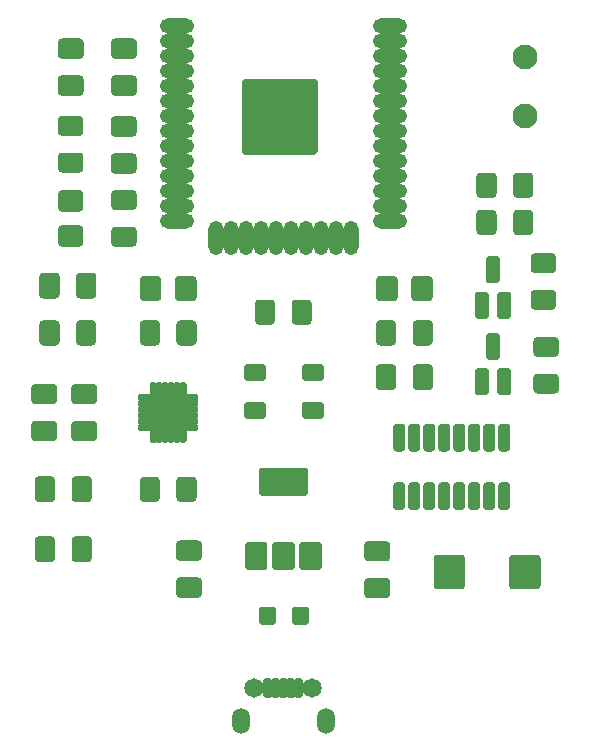
<source format=gbr>
%TF.GenerationSoftware,KiCad,Pcbnew,(5.1.9)-1*%
%TF.CreationDate,2021-04-27T12:53:02+02:00*%
%TF.ProjectId,AidonBoard32,4d657465-7242-46f6-9172-6433322e6b69,2*%
%TF.SameCoordinates,Original*%
%TF.FileFunction,Soldermask,Top*%
%TF.FilePolarity,Negative*%
%FSLAX46Y46*%
G04 Gerber Fmt 4.6, Leading zero omitted, Abs format (unit mm)*
G04 Created by KiCad (PCBNEW (5.1.9)-1) date 2021-04-27 12:53:02*
%MOMM*%
%LPD*%
G01*
G04 APERTURE LIST*
%ADD10O,2.900000X1.300000*%
%ADD11O,1.300000X2.900000*%
%ADD12O,1.500000X2.200000*%
%ADD13C,1.650000*%
%ADD14C,2.100000*%
G04 APERTURE END LIST*
%TO.C,U3*%
G36*
G01*
X105350000Y-37850000D02*
X105350000Y-43850000D01*
G75*
G02*
X105150000Y-44050000I-200000J0D01*
G01*
X99150000Y-44050000D01*
G75*
G02*
X98950000Y-43850000I0J200000D01*
G01*
X98950000Y-37850000D01*
G75*
G02*
X99150000Y-37650000I200000J0D01*
G01*
X105150000Y-37650000D01*
G75*
G02*
X105350000Y-37850000I0J-200000D01*
G01*
G37*
D10*
X93450000Y-33150000D03*
X93450000Y-34420000D03*
X93450000Y-35690000D03*
X93450000Y-36960000D03*
X93450000Y-38230000D03*
X93450000Y-39500000D03*
X93450000Y-40770000D03*
X93450000Y-42040000D03*
X93450000Y-43310000D03*
X93450000Y-44580000D03*
X93450000Y-45850000D03*
X93450000Y-47120000D03*
X93450000Y-48390000D03*
X93450000Y-49660000D03*
D11*
X96735000Y-51150000D03*
X98005000Y-51150000D03*
X99275000Y-51150000D03*
X100545000Y-51150000D03*
X101815000Y-51150000D03*
X103085000Y-51150000D03*
X104355000Y-51150000D03*
X105625000Y-51150000D03*
X106895000Y-51150000D03*
X108165000Y-51150000D03*
D10*
X111450000Y-49660000D03*
X111450000Y-48390000D03*
X111450000Y-47120000D03*
X111450000Y-45850000D03*
X111450000Y-44580000D03*
X111450000Y-43310000D03*
X111450000Y-42040000D03*
X111450000Y-40770000D03*
X111450000Y-39500000D03*
X111450000Y-38230000D03*
X111450000Y-36960000D03*
X111450000Y-35690000D03*
X111450000Y-34420000D03*
X111450000Y-33150000D03*
%TD*%
%TO.C,U5*%
G36*
G01*
X120895000Y-71800000D02*
X121395000Y-71800000D01*
G75*
G02*
X121645000Y-72050000I0J-250000D01*
G01*
X121645000Y-73900000D01*
G75*
G02*
X121395000Y-74150000I-250000J0D01*
G01*
X120895000Y-74150000D01*
G75*
G02*
X120645000Y-73900000I0J250000D01*
G01*
X120645000Y-72050000D01*
G75*
G02*
X120895000Y-71800000I250000J0D01*
G01*
G37*
G36*
G01*
X119625000Y-71800000D02*
X120125000Y-71800000D01*
G75*
G02*
X120375000Y-72050000I0J-250000D01*
G01*
X120375000Y-73900000D01*
G75*
G02*
X120125000Y-74150000I-250000J0D01*
G01*
X119625000Y-74150000D01*
G75*
G02*
X119375000Y-73900000I0J250000D01*
G01*
X119375000Y-72050000D01*
G75*
G02*
X119625000Y-71800000I250000J0D01*
G01*
G37*
G36*
G01*
X118355000Y-71800000D02*
X118855000Y-71800000D01*
G75*
G02*
X119105000Y-72050000I0J-250000D01*
G01*
X119105000Y-73900000D01*
G75*
G02*
X118855000Y-74150000I-250000J0D01*
G01*
X118355000Y-74150000D01*
G75*
G02*
X118105000Y-73900000I0J250000D01*
G01*
X118105000Y-72050000D01*
G75*
G02*
X118355000Y-71800000I250000J0D01*
G01*
G37*
G36*
G01*
X117085000Y-71800000D02*
X117585000Y-71800000D01*
G75*
G02*
X117835000Y-72050000I0J-250000D01*
G01*
X117835000Y-73900000D01*
G75*
G02*
X117585000Y-74150000I-250000J0D01*
G01*
X117085000Y-74150000D01*
G75*
G02*
X116835000Y-73900000I0J250000D01*
G01*
X116835000Y-72050000D01*
G75*
G02*
X117085000Y-71800000I250000J0D01*
G01*
G37*
G36*
G01*
X115815000Y-71800000D02*
X116315000Y-71800000D01*
G75*
G02*
X116565000Y-72050000I0J-250000D01*
G01*
X116565000Y-73900000D01*
G75*
G02*
X116315000Y-74150000I-250000J0D01*
G01*
X115815000Y-74150000D01*
G75*
G02*
X115565000Y-73900000I0J250000D01*
G01*
X115565000Y-72050000D01*
G75*
G02*
X115815000Y-71800000I250000J0D01*
G01*
G37*
G36*
G01*
X114545000Y-71800000D02*
X115045000Y-71800000D01*
G75*
G02*
X115295000Y-72050000I0J-250000D01*
G01*
X115295000Y-73900000D01*
G75*
G02*
X115045000Y-74150000I-250000J0D01*
G01*
X114545000Y-74150000D01*
G75*
G02*
X114295000Y-73900000I0J250000D01*
G01*
X114295000Y-72050000D01*
G75*
G02*
X114545000Y-71800000I250000J0D01*
G01*
G37*
G36*
G01*
X113275000Y-71800000D02*
X113775000Y-71800000D01*
G75*
G02*
X114025000Y-72050000I0J-250000D01*
G01*
X114025000Y-73900000D01*
G75*
G02*
X113775000Y-74150000I-250000J0D01*
G01*
X113275000Y-74150000D01*
G75*
G02*
X113025000Y-73900000I0J250000D01*
G01*
X113025000Y-72050000D01*
G75*
G02*
X113275000Y-71800000I250000J0D01*
G01*
G37*
G36*
G01*
X112005000Y-71800000D02*
X112505000Y-71800000D01*
G75*
G02*
X112755000Y-72050000I0J-250000D01*
G01*
X112755000Y-73900000D01*
G75*
G02*
X112505000Y-74150000I-250000J0D01*
G01*
X112005000Y-74150000D01*
G75*
G02*
X111755000Y-73900000I0J250000D01*
G01*
X111755000Y-72050000D01*
G75*
G02*
X112005000Y-71800000I250000J0D01*
G01*
G37*
G36*
G01*
X112005000Y-66850000D02*
X112505000Y-66850000D01*
G75*
G02*
X112755000Y-67100000I0J-250000D01*
G01*
X112755000Y-68950000D01*
G75*
G02*
X112505000Y-69200000I-250000J0D01*
G01*
X112005000Y-69200000D01*
G75*
G02*
X111755000Y-68950000I0J250000D01*
G01*
X111755000Y-67100000D01*
G75*
G02*
X112005000Y-66850000I250000J0D01*
G01*
G37*
G36*
G01*
X113275000Y-66850000D02*
X113775000Y-66850000D01*
G75*
G02*
X114025000Y-67100000I0J-250000D01*
G01*
X114025000Y-68950000D01*
G75*
G02*
X113775000Y-69200000I-250000J0D01*
G01*
X113275000Y-69200000D01*
G75*
G02*
X113025000Y-68950000I0J250000D01*
G01*
X113025000Y-67100000D01*
G75*
G02*
X113275000Y-66850000I250000J0D01*
G01*
G37*
G36*
G01*
X114545000Y-66850000D02*
X115045000Y-66850000D01*
G75*
G02*
X115295000Y-67100000I0J-250000D01*
G01*
X115295000Y-68950000D01*
G75*
G02*
X115045000Y-69200000I-250000J0D01*
G01*
X114545000Y-69200000D01*
G75*
G02*
X114295000Y-68950000I0J250000D01*
G01*
X114295000Y-67100000D01*
G75*
G02*
X114545000Y-66850000I250000J0D01*
G01*
G37*
G36*
G01*
X115815000Y-66850000D02*
X116315000Y-66850000D01*
G75*
G02*
X116565000Y-67100000I0J-250000D01*
G01*
X116565000Y-68950000D01*
G75*
G02*
X116315000Y-69200000I-250000J0D01*
G01*
X115815000Y-69200000D01*
G75*
G02*
X115565000Y-68950000I0J250000D01*
G01*
X115565000Y-67100000D01*
G75*
G02*
X115815000Y-66850000I250000J0D01*
G01*
G37*
G36*
G01*
X117085000Y-66850000D02*
X117585000Y-66850000D01*
G75*
G02*
X117835000Y-67100000I0J-250000D01*
G01*
X117835000Y-68950000D01*
G75*
G02*
X117585000Y-69200000I-250000J0D01*
G01*
X117085000Y-69200000D01*
G75*
G02*
X116835000Y-68950000I0J250000D01*
G01*
X116835000Y-67100000D01*
G75*
G02*
X117085000Y-66850000I250000J0D01*
G01*
G37*
G36*
G01*
X118355000Y-66850000D02*
X118855000Y-66850000D01*
G75*
G02*
X119105000Y-67100000I0J-250000D01*
G01*
X119105000Y-68950000D01*
G75*
G02*
X118855000Y-69200000I-250000J0D01*
G01*
X118355000Y-69200000D01*
G75*
G02*
X118105000Y-68950000I0J250000D01*
G01*
X118105000Y-67100000D01*
G75*
G02*
X118355000Y-66850000I250000J0D01*
G01*
G37*
G36*
G01*
X119625000Y-66850000D02*
X120125000Y-66850000D01*
G75*
G02*
X120375000Y-67100000I0J-250000D01*
G01*
X120375000Y-68950000D01*
G75*
G02*
X120125000Y-69200000I-250000J0D01*
G01*
X119625000Y-69200000D01*
G75*
G02*
X119375000Y-68950000I0J250000D01*
G01*
X119375000Y-67100000D01*
G75*
G02*
X119625000Y-66850000I250000J0D01*
G01*
G37*
G36*
G01*
X120895000Y-66850000D02*
X121395000Y-66850000D01*
G75*
G02*
X121645000Y-67100000I0J-250000D01*
G01*
X121645000Y-68950000D01*
G75*
G02*
X121395000Y-69200000I-250000J0D01*
G01*
X120895000Y-69200000D01*
G75*
G02*
X120645000Y-68950000I0J250000D01*
G01*
X120645000Y-67100000D01*
G75*
G02*
X120895000Y-66850000I250000J0D01*
G01*
G37*
%TD*%
%TO.C,U2*%
G36*
G01*
X91200000Y-67200000D02*
X91200000Y-64600000D01*
G75*
G02*
X91400000Y-64400000I200000J0D01*
G01*
X94000000Y-64400000D01*
G75*
G02*
X94200000Y-64600000I0J-200000D01*
G01*
X94200000Y-67200000D01*
G75*
G02*
X94000000Y-67400000I-200000J0D01*
G01*
X91400000Y-67400000D01*
G75*
G02*
X91200000Y-67200000I0J200000D01*
G01*
G37*
G36*
G01*
X91125000Y-64412500D02*
X91125000Y-63512500D01*
G75*
G02*
X91287500Y-63350000I162500J0D01*
G01*
X91612500Y-63350000D01*
G75*
G02*
X91775000Y-63512500I0J-162500D01*
G01*
X91775000Y-64412500D01*
G75*
G02*
X91612500Y-64575000I-162500J0D01*
G01*
X91287500Y-64575000D01*
G75*
G02*
X91125000Y-64412500I0J162500D01*
G01*
G37*
G36*
G01*
X91625000Y-64412500D02*
X91625000Y-63512500D01*
G75*
G02*
X91787500Y-63350000I162500J0D01*
G01*
X92112500Y-63350000D01*
G75*
G02*
X92275000Y-63512500I0J-162500D01*
G01*
X92275000Y-64412500D01*
G75*
G02*
X92112500Y-64575000I-162500J0D01*
G01*
X91787500Y-64575000D01*
G75*
G02*
X91625000Y-64412500I0J162500D01*
G01*
G37*
G36*
G01*
X92125000Y-64412500D02*
X92125000Y-63512500D01*
G75*
G02*
X92287500Y-63350000I162500J0D01*
G01*
X92612500Y-63350000D01*
G75*
G02*
X92775000Y-63512500I0J-162500D01*
G01*
X92775000Y-64412500D01*
G75*
G02*
X92612500Y-64575000I-162500J0D01*
G01*
X92287500Y-64575000D01*
G75*
G02*
X92125000Y-64412500I0J162500D01*
G01*
G37*
G36*
G01*
X92625000Y-64412500D02*
X92625000Y-63512500D01*
G75*
G02*
X92787500Y-63350000I162500J0D01*
G01*
X93112500Y-63350000D01*
G75*
G02*
X93275000Y-63512500I0J-162500D01*
G01*
X93275000Y-64412500D01*
G75*
G02*
X93112500Y-64575000I-162500J0D01*
G01*
X92787500Y-64575000D01*
G75*
G02*
X92625000Y-64412500I0J162500D01*
G01*
G37*
G36*
G01*
X93125000Y-64412500D02*
X93125000Y-63512500D01*
G75*
G02*
X93287500Y-63350000I162500J0D01*
G01*
X93612500Y-63350000D01*
G75*
G02*
X93775000Y-63512500I0J-162500D01*
G01*
X93775000Y-64412500D01*
G75*
G02*
X93612500Y-64575000I-162500J0D01*
G01*
X93287500Y-64575000D01*
G75*
G02*
X93125000Y-64412500I0J162500D01*
G01*
G37*
G36*
G01*
X93625000Y-64412500D02*
X93625000Y-63512500D01*
G75*
G02*
X93787500Y-63350000I162500J0D01*
G01*
X94112500Y-63350000D01*
G75*
G02*
X94275000Y-63512500I0J-162500D01*
G01*
X94275000Y-64412500D01*
G75*
G02*
X94112500Y-64575000I-162500J0D01*
G01*
X93787500Y-64575000D01*
G75*
G02*
X93625000Y-64412500I0J162500D01*
G01*
G37*
G36*
G01*
X94025000Y-64812500D02*
X94025000Y-64487500D01*
G75*
G02*
X94187500Y-64325000I162500J0D01*
G01*
X95087500Y-64325000D01*
G75*
G02*
X95250000Y-64487500I0J-162500D01*
G01*
X95250000Y-64812500D01*
G75*
G02*
X95087500Y-64975000I-162500J0D01*
G01*
X94187500Y-64975000D01*
G75*
G02*
X94025000Y-64812500I0J162500D01*
G01*
G37*
G36*
G01*
X94025000Y-65312500D02*
X94025000Y-64987500D01*
G75*
G02*
X94187500Y-64825000I162500J0D01*
G01*
X95087500Y-64825000D01*
G75*
G02*
X95250000Y-64987500I0J-162500D01*
G01*
X95250000Y-65312500D01*
G75*
G02*
X95087500Y-65475000I-162500J0D01*
G01*
X94187500Y-65475000D01*
G75*
G02*
X94025000Y-65312500I0J162500D01*
G01*
G37*
G36*
G01*
X94025000Y-65812500D02*
X94025000Y-65487500D01*
G75*
G02*
X94187500Y-65325000I162500J0D01*
G01*
X95087500Y-65325000D01*
G75*
G02*
X95250000Y-65487500I0J-162500D01*
G01*
X95250000Y-65812500D01*
G75*
G02*
X95087500Y-65975000I-162500J0D01*
G01*
X94187500Y-65975000D01*
G75*
G02*
X94025000Y-65812500I0J162500D01*
G01*
G37*
G36*
G01*
X94025000Y-66312500D02*
X94025000Y-65987500D01*
G75*
G02*
X94187500Y-65825000I162500J0D01*
G01*
X95087500Y-65825000D01*
G75*
G02*
X95250000Y-65987500I0J-162500D01*
G01*
X95250000Y-66312500D01*
G75*
G02*
X95087500Y-66475000I-162500J0D01*
G01*
X94187500Y-66475000D01*
G75*
G02*
X94025000Y-66312500I0J162500D01*
G01*
G37*
G36*
G01*
X94025000Y-66812500D02*
X94025000Y-66487500D01*
G75*
G02*
X94187500Y-66325000I162500J0D01*
G01*
X95087500Y-66325000D01*
G75*
G02*
X95250000Y-66487500I0J-162500D01*
G01*
X95250000Y-66812500D01*
G75*
G02*
X95087500Y-66975000I-162500J0D01*
G01*
X94187500Y-66975000D01*
G75*
G02*
X94025000Y-66812500I0J162500D01*
G01*
G37*
G36*
G01*
X94025000Y-67312500D02*
X94025000Y-66987500D01*
G75*
G02*
X94187500Y-66825000I162500J0D01*
G01*
X95087500Y-66825000D01*
G75*
G02*
X95250000Y-66987500I0J-162500D01*
G01*
X95250000Y-67312500D01*
G75*
G02*
X95087500Y-67475000I-162500J0D01*
G01*
X94187500Y-67475000D01*
G75*
G02*
X94025000Y-67312500I0J162500D01*
G01*
G37*
G36*
G01*
X93625000Y-68287500D02*
X93625000Y-67387500D01*
G75*
G02*
X93787500Y-67225000I162500J0D01*
G01*
X94112500Y-67225000D01*
G75*
G02*
X94275000Y-67387500I0J-162500D01*
G01*
X94275000Y-68287500D01*
G75*
G02*
X94112500Y-68450000I-162500J0D01*
G01*
X93787500Y-68450000D01*
G75*
G02*
X93625000Y-68287500I0J162500D01*
G01*
G37*
G36*
G01*
X93125000Y-68287500D02*
X93125000Y-67387500D01*
G75*
G02*
X93287500Y-67225000I162500J0D01*
G01*
X93612500Y-67225000D01*
G75*
G02*
X93775000Y-67387500I0J-162500D01*
G01*
X93775000Y-68287500D01*
G75*
G02*
X93612500Y-68450000I-162500J0D01*
G01*
X93287500Y-68450000D01*
G75*
G02*
X93125000Y-68287500I0J162500D01*
G01*
G37*
G36*
G01*
X92625000Y-68287500D02*
X92625000Y-67387500D01*
G75*
G02*
X92787500Y-67225000I162500J0D01*
G01*
X93112500Y-67225000D01*
G75*
G02*
X93275000Y-67387500I0J-162500D01*
G01*
X93275000Y-68287500D01*
G75*
G02*
X93112500Y-68450000I-162500J0D01*
G01*
X92787500Y-68450000D01*
G75*
G02*
X92625000Y-68287500I0J162500D01*
G01*
G37*
G36*
G01*
X92125000Y-68287500D02*
X92125000Y-67387500D01*
G75*
G02*
X92287500Y-67225000I162500J0D01*
G01*
X92612500Y-67225000D01*
G75*
G02*
X92775000Y-67387500I0J-162500D01*
G01*
X92775000Y-68287500D01*
G75*
G02*
X92612500Y-68450000I-162500J0D01*
G01*
X92287500Y-68450000D01*
G75*
G02*
X92125000Y-68287500I0J162500D01*
G01*
G37*
G36*
G01*
X91625000Y-68287500D02*
X91625000Y-67387500D01*
G75*
G02*
X91787500Y-67225000I162500J0D01*
G01*
X92112500Y-67225000D01*
G75*
G02*
X92275000Y-67387500I0J-162500D01*
G01*
X92275000Y-68287500D01*
G75*
G02*
X92112500Y-68450000I-162500J0D01*
G01*
X91787500Y-68450000D01*
G75*
G02*
X91625000Y-68287500I0J162500D01*
G01*
G37*
G36*
G01*
X91125000Y-68287500D02*
X91125000Y-67387500D01*
G75*
G02*
X91287500Y-67225000I162500J0D01*
G01*
X91612500Y-67225000D01*
G75*
G02*
X91775000Y-67387500I0J-162500D01*
G01*
X91775000Y-68287500D01*
G75*
G02*
X91612500Y-68450000I-162500J0D01*
G01*
X91287500Y-68450000D01*
G75*
G02*
X91125000Y-68287500I0J162500D01*
G01*
G37*
G36*
G01*
X90150000Y-67312500D02*
X90150000Y-66987500D01*
G75*
G02*
X90312500Y-66825000I162500J0D01*
G01*
X91212500Y-66825000D01*
G75*
G02*
X91375000Y-66987500I0J-162500D01*
G01*
X91375000Y-67312500D01*
G75*
G02*
X91212500Y-67475000I-162500J0D01*
G01*
X90312500Y-67475000D01*
G75*
G02*
X90150000Y-67312500I0J162500D01*
G01*
G37*
G36*
G01*
X90150000Y-66812500D02*
X90150000Y-66487500D01*
G75*
G02*
X90312500Y-66325000I162500J0D01*
G01*
X91212500Y-66325000D01*
G75*
G02*
X91375000Y-66487500I0J-162500D01*
G01*
X91375000Y-66812500D01*
G75*
G02*
X91212500Y-66975000I-162500J0D01*
G01*
X90312500Y-66975000D01*
G75*
G02*
X90150000Y-66812500I0J162500D01*
G01*
G37*
G36*
G01*
X90150000Y-66312500D02*
X90150000Y-65987500D01*
G75*
G02*
X90312500Y-65825000I162500J0D01*
G01*
X91212500Y-65825000D01*
G75*
G02*
X91375000Y-65987500I0J-162500D01*
G01*
X91375000Y-66312500D01*
G75*
G02*
X91212500Y-66475000I-162500J0D01*
G01*
X90312500Y-66475000D01*
G75*
G02*
X90150000Y-66312500I0J162500D01*
G01*
G37*
G36*
G01*
X90150000Y-65812500D02*
X90150000Y-65487500D01*
G75*
G02*
X90312500Y-65325000I162500J0D01*
G01*
X91212500Y-65325000D01*
G75*
G02*
X91375000Y-65487500I0J-162500D01*
G01*
X91375000Y-65812500D01*
G75*
G02*
X91212500Y-65975000I-162500J0D01*
G01*
X90312500Y-65975000D01*
G75*
G02*
X90150000Y-65812500I0J162500D01*
G01*
G37*
G36*
G01*
X90150000Y-65312500D02*
X90150000Y-64987500D01*
G75*
G02*
X90312500Y-64825000I162500J0D01*
G01*
X91212500Y-64825000D01*
G75*
G02*
X91375000Y-64987500I0J-162500D01*
G01*
X91375000Y-65312500D01*
G75*
G02*
X91212500Y-65475000I-162500J0D01*
G01*
X90312500Y-65475000D01*
G75*
G02*
X90150000Y-65312500I0J162500D01*
G01*
G37*
G36*
G01*
X90150000Y-64812500D02*
X90150000Y-64487500D01*
G75*
G02*
X90312500Y-64325000I162500J0D01*
G01*
X91212500Y-64325000D01*
G75*
G02*
X91375000Y-64487500I0J-162500D01*
G01*
X91375000Y-64812500D01*
G75*
G02*
X91212500Y-64975000I-162500J0D01*
G01*
X90312500Y-64975000D01*
G75*
G02*
X90150000Y-64812500I0J162500D01*
G01*
G37*
%TD*%
%TO.C,U1*%
G36*
G01*
X100900000Y-79250000D02*
X99400000Y-79250000D01*
G75*
G02*
X99200000Y-79050000I0J200000D01*
G01*
X99200000Y-77050000D01*
G75*
G02*
X99400000Y-76850000I200000J0D01*
G01*
X100900000Y-76850000D01*
G75*
G02*
X101100000Y-77050000I0J-200000D01*
G01*
X101100000Y-79050000D01*
G75*
G02*
X100900000Y-79250000I-200000J0D01*
G01*
G37*
G36*
G01*
X105500000Y-79250000D02*
X104000000Y-79250000D01*
G75*
G02*
X103800000Y-79050000I0J200000D01*
G01*
X103800000Y-77050000D01*
G75*
G02*
X104000000Y-76850000I200000J0D01*
G01*
X105500000Y-76850000D01*
G75*
G02*
X105700000Y-77050000I0J-200000D01*
G01*
X105700000Y-79050000D01*
G75*
G02*
X105500000Y-79250000I-200000J0D01*
G01*
G37*
G36*
G01*
X103200000Y-79250000D02*
X101700000Y-79250000D01*
G75*
G02*
X101500000Y-79050000I0J200000D01*
G01*
X101500000Y-77050000D01*
G75*
G02*
X101700000Y-76850000I200000J0D01*
G01*
X103200000Y-76850000D01*
G75*
G02*
X103400000Y-77050000I0J-200000D01*
G01*
X103400000Y-79050000D01*
G75*
G02*
X103200000Y-79250000I-200000J0D01*
G01*
G37*
G36*
G01*
X104350000Y-72950000D02*
X100550000Y-72950000D01*
G75*
G02*
X100350000Y-72750000I0J200000D01*
G01*
X100350000Y-70750000D01*
G75*
G02*
X100550000Y-70550000I200000J0D01*
G01*
X104350000Y-70550000D01*
G75*
G02*
X104550000Y-70750000I0J-200000D01*
G01*
X104550000Y-72750000D01*
G75*
G02*
X104350000Y-72950000I-200000J0D01*
G01*
G37*
%TD*%
%TO.C,R11*%
G36*
G01*
X84900000Y-59898077D02*
X84900000Y-58401923D01*
G75*
G02*
X85226923Y-58075000I326923J0D01*
G01*
X86273077Y-58075000D01*
G75*
G02*
X86600000Y-58401923I0J-326923D01*
G01*
X86600000Y-59898077D01*
G75*
G02*
X86273077Y-60225000I-326923J0D01*
G01*
X85226923Y-60225000D01*
G75*
G02*
X84900000Y-59898077I0J326923D01*
G01*
G37*
G36*
G01*
X81800000Y-59898077D02*
X81800000Y-58401923D01*
G75*
G02*
X82126923Y-58075000I326923J0D01*
G01*
X83173077Y-58075000D01*
G75*
G02*
X83500000Y-58401923I0J-326923D01*
G01*
X83500000Y-59898077D01*
G75*
G02*
X83173077Y-60225000I-326923J0D01*
G01*
X82126923Y-60225000D01*
G75*
G02*
X81800000Y-59898077I0J326923D01*
G01*
G37*
%TD*%
%TO.C,R10*%
G36*
G01*
X103150000Y-58148077D02*
X103150000Y-56651923D01*
G75*
G02*
X103476923Y-56325000I326923J0D01*
G01*
X104523077Y-56325000D01*
G75*
G02*
X104850000Y-56651923I0J-326923D01*
G01*
X104850000Y-58148077D01*
G75*
G02*
X104523077Y-58475000I-326923J0D01*
G01*
X103476923Y-58475000D01*
G75*
G02*
X103150000Y-58148077I0J326923D01*
G01*
G37*
G36*
G01*
X100050000Y-58148077D02*
X100050000Y-56651923D01*
G75*
G02*
X100376923Y-56325000I326923J0D01*
G01*
X101423077Y-56325000D01*
G75*
G02*
X101750000Y-56651923I0J-326923D01*
G01*
X101750000Y-58148077D01*
G75*
G02*
X101423077Y-58475000I-326923J0D01*
G01*
X100376923Y-58475000D01*
G75*
G02*
X100050000Y-58148077I0J326923D01*
G01*
G37*
%TD*%
%TO.C,R9*%
G36*
G01*
X121900000Y-50548077D02*
X121900000Y-49051923D01*
G75*
G02*
X122226923Y-48725000I326923J0D01*
G01*
X123273077Y-48725000D01*
G75*
G02*
X123600000Y-49051923I0J-326923D01*
G01*
X123600000Y-50548077D01*
G75*
G02*
X123273077Y-50875000I-326923J0D01*
G01*
X122226923Y-50875000D01*
G75*
G02*
X121900000Y-50548077I0J326923D01*
G01*
G37*
G36*
G01*
X118800000Y-50548077D02*
X118800000Y-49051923D01*
G75*
G02*
X119126923Y-48725000I326923J0D01*
G01*
X120173077Y-48725000D01*
G75*
G02*
X120500000Y-49051923I0J-326923D01*
G01*
X120500000Y-50548077D01*
G75*
G02*
X120173077Y-50875000I-326923J0D01*
G01*
X119126923Y-50875000D01*
G75*
G02*
X118800000Y-50548077I0J326923D01*
G01*
G37*
%TD*%
%TO.C,R8*%
G36*
G01*
X121900000Y-47398077D02*
X121900000Y-45901923D01*
G75*
G02*
X122226923Y-45575000I326923J0D01*
G01*
X123273077Y-45575000D01*
G75*
G02*
X123600000Y-45901923I0J-326923D01*
G01*
X123600000Y-47398077D01*
G75*
G02*
X123273077Y-47725000I-326923J0D01*
G01*
X122226923Y-47725000D01*
G75*
G02*
X121900000Y-47398077I0J326923D01*
G01*
G37*
G36*
G01*
X118800000Y-47398077D02*
X118800000Y-45901923D01*
G75*
G02*
X119126923Y-45575000I326923J0D01*
G01*
X120173077Y-45575000D01*
G75*
G02*
X120500000Y-45901923I0J-326923D01*
G01*
X120500000Y-47398077D01*
G75*
G02*
X120173077Y-47725000I-326923J0D01*
G01*
X119126923Y-47725000D01*
G75*
G02*
X118800000Y-47398077I0J326923D01*
G01*
G37*
%TD*%
%TO.C,R7*%
G36*
G01*
X83689923Y-40778900D02*
X85186077Y-40778900D01*
G75*
G02*
X85513000Y-41105823I0J-326923D01*
G01*
X85513000Y-42151977D01*
G75*
G02*
X85186077Y-42478900I-326923J0D01*
G01*
X83689923Y-42478900D01*
G75*
G02*
X83363000Y-42151977I0J326923D01*
G01*
X83363000Y-41105823D01*
G75*
G02*
X83689923Y-40778900I326923J0D01*
G01*
G37*
G36*
G01*
X83689923Y-43878900D02*
X85186077Y-43878900D01*
G75*
G02*
X85513000Y-44205823I0J-326923D01*
G01*
X85513000Y-45251977D01*
G75*
G02*
X85186077Y-45578900I-326923J0D01*
G01*
X83689923Y-45578900D01*
G75*
G02*
X83363000Y-45251977I0J326923D01*
G01*
X83363000Y-44205823D01*
G75*
G02*
X83689923Y-43878900I326923J0D01*
G01*
G37*
%TD*%
%TO.C,R6*%
G36*
G01*
X123711923Y-55500000D02*
X125208077Y-55500000D01*
G75*
G02*
X125535000Y-55826923I0J-326923D01*
G01*
X125535000Y-56873077D01*
G75*
G02*
X125208077Y-57200000I-326923J0D01*
G01*
X123711923Y-57200000D01*
G75*
G02*
X123385000Y-56873077I0J326923D01*
G01*
X123385000Y-55826923D01*
G75*
G02*
X123711923Y-55500000I326923J0D01*
G01*
G37*
G36*
G01*
X123711923Y-52400000D02*
X125208077Y-52400000D01*
G75*
G02*
X125535000Y-52726923I0J-326923D01*
G01*
X125535000Y-53773077D01*
G75*
G02*
X125208077Y-54100000I-326923J0D01*
G01*
X123711923Y-54100000D01*
G75*
G02*
X123385000Y-53773077I0J326923D01*
G01*
X123385000Y-52726923D01*
G75*
G02*
X123711923Y-52400000I326923J0D01*
G01*
G37*
%TD*%
%TO.C,R5*%
G36*
G01*
X125448077Y-61200000D02*
X123951923Y-61200000D01*
G75*
G02*
X123625000Y-60873077I0J326923D01*
G01*
X123625000Y-59826923D01*
G75*
G02*
X123951923Y-59500000I326923J0D01*
G01*
X125448077Y-59500000D01*
G75*
G02*
X125775000Y-59826923I0J-326923D01*
G01*
X125775000Y-60873077D01*
G75*
G02*
X125448077Y-61200000I-326923J0D01*
G01*
G37*
G36*
G01*
X125448077Y-64300000D02*
X123951923Y-64300000D01*
G75*
G02*
X123625000Y-63973077I0J326923D01*
G01*
X123625000Y-62926923D01*
G75*
G02*
X123951923Y-62600000I326923J0D01*
G01*
X125448077Y-62600000D01*
G75*
G02*
X125775000Y-62926923I0J-326923D01*
G01*
X125775000Y-63973077D01*
G75*
G02*
X125448077Y-64300000I-326923J0D01*
G01*
G37*
%TD*%
%TO.C,R4*%
G36*
G01*
X88201923Y-50160000D02*
X89698077Y-50160000D01*
G75*
G02*
X90025000Y-50486923I0J-326923D01*
G01*
X90025000Y-51533077D01*
G75*
G02*
X89698077Y-51860000I-326923J0D01*
G01*
X88201923Y-51860000D01*
G75*
G02*
X87875000Y-51533077I0J326923D01*
G01*
X87875000Y-50486923D01*
G75*
G02*
X88201923Y-50160000I326923J0D01*
G01*
G37*
G36*
G01*
X88201923Y-47060000D02*
X89698077Y-47060000D01*
G75*
G02*
X90025000Y-47386923I0J-326923D01*
G01*
X90025000Y-48433077D01*
G75*
G02*
X89698077Y-48760000I-326923J0D01*
G01*
X88201923Y-48760000D01*
G75*
G02*
X87875000Y-48433077I0J326923D01*
G01*
X87875000Y-47386923D01*
G75*
G02*
X88201923Y-47060000I326923J0D01*
G01*
G37*
%TD*%
%TO.C,R3*%
G36*
G01*
X113400000Y-59898077D02*
X113400000Y-58401923D01*
G75*
G02*
X113726923Y-58075000I326923J0D01*
G01*
X114773077Y-58075000D01*
G75*
G02*
X115100000Y-58401923I0J-326923D01*
G01*
X115100000Y-59898077D01*
G75*
G02*
X114773077Y-60225000I-326923J0D01*
G01*
X113726923Y-60225000D01*
G75*
G02*
X113400000Y-59898077I0J326923D01*
G01*
G37*
G36*
G01*
X110300000Y-59898077D02*
X110300000Y-58401923D01*
G75*
G02*
X110626923Y-58075000I326923J0D01*
G01*
X111673077Y-58075000D01*
G75*
G02*
X112000000Y-58401923I0J-326923D01*
G01*
X112000000Y-59898077D01*
G75*
G02*
X111673077Y-60225000I-326923J0D01*
G01*
X110626923Y-60225000D01*
G75*
G02*
X110300000Y-59898077I0J326923D01*
G01*
G37*
%TD*%
%TO.C,R2*%
G36*
G01*
X93400000Y-59898077D02*
X93400000Y-58401923D01*
G75*
G02*
X93726923Y-58075000I326923J0D01*
G01*
X94773077Y-58075000D01*
G75*
G02*
X95100000Y-58401923I0J-326923D01*
G01*
X95100000Y-59898077D01*
G75*
G02*
X94773077Y-60225000I-326923J0D01*
G01*
X93726923Y-60225000D01*
G75*
G02*
X93400000Y-59898077I0J326923D01*
G01*
G37*
G36*
G01*
X90300000Y-59898077D02*
X90300000Y-58401923D01*
G75*
G02*
X90626923Y-58075000I326923J0D01*
G01*
X91673077Y-58075000D01*
G75*
G02*
X92000000Y-58401923I0J-326923D01*
G01*
X92000000Y-59898077D01*
G75*
G02*
X91673077Y-60225000I-326923J0D01*
G01*
X90626923Y-60225000D01*
G75*
G02*
X90300000Y-59898077I0J326923D01*
G01*
G37*
%TD*%
%TO.C,R1*%
G36*
G01*
X92000000Y-71651923D02*
X92000000Y-73148077D01*
G75*
G02*
X91673077Y-73475000I-326923J0D01*
G01*
X90626923Y-73475000D01*
G75*
G02*
X90300000Y-73148077I0J326923D01*
G01*
X90300000Y-71651923D01*
G75*
G02*
X90626923Y-71325000I326923J0D01*
G01*
X91673077Y-71325000D01*
G75*
G02*
X92000000Y-71651923I0J-326923D01*
G01*
G37*
G36*
G01*
X95100000Y-71651923D02*
X95100000Y-73148077D01*
G75*
G02*
X94773077Y-73475000I-326923J0D01*
G01*
X93726923Y-73475000D01*
G75*
G02*
X93400000Y-73148077I0J326923D01*
G01*
X93400000Y-71651923D01*
G75*
G02*
X93726923Y-71325000I326923J0D01*
G01*
X94773077Y-71325000D01*
G75*
G02*
X95100000Y-71651923I0J-326923D01*
G01*
G37*
%TD*%
%TO.C,Q2*%
G36*
G01*
X120600000Y-54950000D02*
X119800000Y-54950000D01*
G75*
G02*
X119600000Y-54750000I0J200000D01*
G01*
X119600000Y-52850000D01*
G75*
G02*
X119800000Y-52650000I200000J0D01*
G01*
X120600000Y-52650000D01*
G75*
G02*
X120800000Y-52850000I0J-200000D01*
G01*
X120800000Y-54750000D01*
G75*
G02*
X120600000Y-54950000I-200000J0D01*
G01*
G37*
G36*
G01*
X121550000Y-57950000D02*
X120750000Y-57950000D01*
G75*
G02*
X120550000Y-57750000I0J200000D01*
G01*
X120550000Y-55850000D01*
G75*
G02*
X120750000Y-55650000I200000J0D01*
G01*
X121550000Y-55650000D01*
G75*
G02*
X121750000Y-55850000I0J-200000D01*
G01*
X121750000Y-57750000D01*
G75*
G02*
X121550000Y-57950000I-200000J0D01*
G01*
G37*
G36*
G01*
X119650000Y-57950000D02*
X118850000Y-57950000D01*
G75*
G02*
X118650000Y-57750000I0J200000D01*
G01*
X118650000Y-55850000D01*
G75*
G02*
X118850000Y-55650000I200000J0D01*
G01*
X119650000Y-55650000D01*
G75*
G02*
X119850000Y-55850000I0J-200000D01*
G01*
X119850000Y-57750000D01*
G75*
G02*
X119650000Y-57950000I-200000J0D01*
G01*
G37*
%TD*%
%TO.C,Q1*%
G36*
G01*
X120600000Y-61450000D02*
X119800000Y-61450000D01*
G75*
G02*
X119600000Y-61250000I0J200000D01*
G01*
X119600000Y-59350000D01*
G75*
G02*
X119800000Y-59150000I200000J0D01*
G01*
X120600000Y-59150000D01*
G75*
G02*
X120800000Y-59350000I0J-200000D01*
G01*
X120800000Y-61250000D01*
G75*
G02*
X120600000Y-61450000I-200000J0D01*
G01*
G37*
G36*
G01*
X121550000Y-64450000D02*
X120750000Y-64450000D01*
G75*
G02*
X120550000Y-64250000I0J200000D01*
G01*
X120550000Y-62350000D01*
G75*
G02*
X120750000Y-62150000I200000J0D01*
G01*
X121550000Y-62150000D01*
G75*
G02*
X121750000Y-62350000I0J-200000D01*
G01*
X121750000Y-64250000D01*
G75*
G02*
X121550000Y-64450000I-200000J0D01*
G01*
G37*
G36*
G01*
X119650000Y-64450000D02*
X118850000Y-64450000D01*
G75*
G02*
X118650000Y-64250000I0J200000D01*
G01*
X118650000Y-62350000D01*
G75*
G02*
X118850000Y-62150000I200000J0D01*
G01*
X119650000Y-62150000D01*
G75*
G02*
X119850000Y-62350000I0J-200000D01*
G01*
X119850000Y-64250000D01*
G75*
G02*
X119650000Y-64450000I-200000J0D01*
G01*
G37*
%TD*%
%TO.C,D5*%
G36*
G01*
X99100000Y-63000000D02*
X99100000Y-62000000D01*
G75*
G02*
X99300000Y-61800000I200000J0D01*
G01*
X100800000Y-61800000D01*
G75*
G02*
X101000000Y-62000000I0J-200000D01*
G01*
X101000000Y-63000000D01*
G75*
G02*
X100800000Y-63200000I-200000J0D01*
G01*
X99300000Y-63200000D01*
G75*
G02*
X99100000Y-63000000I0J200000D01*
G01*
G37*
G36*
G01*
X99100000Y-66200000D02*
X99100000Y-65200000D01*
G75*
G02*
X99300000Y-65000000I200000J0D01*
G01*
X100800000Y-65000000D01*
G75*
G02*
X101000000Y-65200000I0J-200000D01*
G01*
X101000000Y-66200000D01*
G75*
G02*
X100800000Y-66400000I-200000J0D01*
G01*
X99300000Y-66400000D01*
G75*
G02*
X99100000Y-66200000I0J200000D01*
G01*
G37*
G36*
G01*
X104000000Y-63000000D02*
X104000000Y-62000000D01*
G75*
G02*
X104200000Y-61800000I200000J0D01*
G01*
X105700000Y-61800000D01*
G75*
G02*
X105900000Y-62000000I0J-200000D01*
G01*
X105900000Y-63000000D01*
G75*
G02*
X105700000Y-63200000I-200000J0D01*
G01*
X104200000Y-63200000D01*
G75*
G02*
X104000000Y-63000000I0J200000D01*
G01*
G37*
G36*
G01*
X104000000Y-66200000D02*
X104000000Y-65200000D01*
G75*
G02*
X104200000Y-65000000I200000J0D01*
G01*
X105700000Y-65000000D01*
G75*
G02*
X105900000Y-65200000I0J-200000D01*
G01*
X105900000Y-66200000D01*
G75*
G02*
X105700000Y-66400000I-200000J0D01*
G01*
X104200000Y-66400000D01*
G75*
G02*
X104000000Y-66200000I0J200000D01*
G01*
G37*
%TD*%
%TO.C,D4*%
G36*
G01*
X85204825Y-48885000D02*
X83695175Y-48885000D01*
G75*
G02*
X83375000Y-48564825I0J320175D01*
G01*
X83375000Y-47380175D01*
G75*
G02*
X83695175Y-47060000I320175J0D01*
G01*
X85204825Y-47060000D01*
G75*
G02*
X85525000Y-47380175I0J-320175D01*
G01*
X85525000Y-48564825D01*
G75*
G02*
X85204825Y-48885000I-320175J0D01*
G01*
G37*
G36*
G01*
X85204825Y-51860000D02*
X83695175Y-51860000D01*
G75*
G02*
X83375000Y-51539825I0J320175D01*
G01*
X83375000Y-50355175D01*
G75*
G02*
X83695175Y-50035000I320175J0D01*
G01*
X85204825Y-50035000D01*
G75*
G02*
X85525000Y-50355175I0J-320175D01*
G01*
X85525000Y-51539825D01*
G75*
G02*
X85204825Y-51860000I-320175J0D01*
G01*
G37*
%TD*%
%TO.C,D3*%
G36*
G01*
X112125000Y-54645175D02*
X112125000Y-56154825D01*
G75*
G02*
X111804825Y-56475000I-320175J0D01*
G01*
X110620175Y-56475000D01*
G75*
G02*
X110300000Y-56154825I0J320175D01*
G01*
X110300000Y-54645175D01*
G75*
G02*
X110620175Y-54325000I320175J0D01*
G01*
X111804825Y-54325000D01*
G75*
G02*
X112125000Y-54645175I0J-320175D01*
G01*
G37*
G36*
G01*
X115100000Y-54645175D02*
X115100000Y-56154825D01*
G75*
G02*
X114779825Y-56475000I-320175J0D01*
G01*
X113595175Y-56475000D01*
G75*
G02*
X113275000Y-56154825I0J320175D01*
G01*
X113275000Y-54645175D01*
G75*
G02*
X113595175Y-54325000I320175J0D01*
G01*
X114779825Y-54325000D01*
G75*
G02*
X115100000Y-54645175I0J-320175D01*
G01*
G37*
%TD*%
%TO.C,D2*%
G36*
G01*
X92125000Y-54645175D02*
X92125000Y-56154825D01*
G75*
G02*
X91804825Y-56475000I-320175J0D01*
G01*
X90620175Y-56475000D01*
G75*
G02*
X90300000Y-56154825I0J320175D01*
G01*
X90300000Y-54645175D01*
G75*
G02*
X90620175Y-54325000I320175J0D01*
G01*
X91804825Y-54325000D01*
G75*
G02*
X92125000Y-54645175I0J-320175D01*
G01*
G37*
G36*
G01*
X95100000Y-54645175D02*
X95100000Y-56154825D01*
G75*
G02*
X94779825Y-56475000I-320175J0D01*
G01*
X93595175Y-56475000D01*
G75*
G02*
X93275000Y-56154825I0J320175D01*
G01*
X93275000Y-54645175D01*
G75*
G02*
X93595175Y-54325000I320175J0D01*
G01*
X94779825Y-54325000D01*
G75*
G02*
X95100000Y-54645175I0J-320175D01*
G01*
G37*
%TD*%
%TO.C,D1*%
G36*
G01*
X101850000Y-82550000D02*
X101850000Y-83650000D01*
G75*
G02*
X101650000Y-83850000I-200000J0D01*
G01*
X100550000Y-83850000D01*
G75*
G02*
X100350000Y-83650000I0J200000D01*
G01*
X100350000Y-82550000D01*
G75*
G02*
X100550000Y-82350000I200000J0D01*
G01*
X101650000Y-82350000D01*
G75*
G02*
X101850000Y-82550000I0J-200000D01*
G01*
G37*
G36*
G01*
X104650000Y-82550000D02*
X104650000Y-83650000D01*
G75*
G02*
X104450000Y-83850000I-200000J0D01*
G01*
X103350000Y-83850000D01*
G75*
G02*
X103150000Y-83650000I0J200000D01*
G01*
X103150000Y-82550000D01*
G75*
G02*
X103350000Y-82350000I200000J0D01*
G01*
X104450000Y-82350000D01*
G75*
G02*
X104650000Y-82550000I0J-200000D01*
G01*
G37*
%TD*%
%TO.C,C12*%
G36*
G01*
X117825000Y-78219443D02*
X117825000Y-80580557D01*
G75*
G02*
X117530557Y-80875000I-294443J0D01*
G01*
X115469443Y-80875000D01*
G75*
G02*
X115175000Y-80580557I0J294443D01*
G01*
X115175000Y-78219443D01*
G75*
G02*
X115469443Y-77925000I294443J0D01*
G01*
X117530557Y-77925000D01*
G75*
G02*
X117825000Y-78219443I0J-294443D01*
G01*
G37*
G36*
G01*
X124225000Y-78219443D02*
X124225000Y-80580557D01*
G75*
G02*
X123930557Y-80875000I-294443J0D01*
G01*
X121869443Y-80875000D01*
G75*
G02*
X121575000Y-80580557I0J294443D01*
G01*
X121575000Y-78219443D01*
G75*
G02*
X121869443Y-77925000I294443J0D01*
G01*
X123930557Y-77925000D01*
G75*
G02*
X124225000Y-78219443I0J-294443D01*
G01*
G37*
%TD*%
%TO.C,C11*%
G36*
G01*
X84900000Y-55924530D02*
X84900000Y-54375470D01*
G75*
G02*
X85225470Y-54050000I325470J0D01*
G01*
X86299530Y-54050000D01*
G75*
G02*
X86625000Y-54375470I0J-325470D01*
G01*
X86625000Y-55924530D01*
G75*
G02*
X86299530Y-56250000I-325470J0D01*
G01*
X85225470Y-56250000D01*
G75*
G02*
X84900000Y-55924530I0J325470D01*
G01*
G37*
G36*
G01*
X81775000Y-55924530D02*
X81775000Y-54375470D01*
G75*
G02*
X82100470Y-54050000I325470J0D01*
G01*
X83174530Y-54050000D01*
G75*
G02*
X83500000Y-54375470I0J-325470D01*
G01*
X83500000Y-55924530D01*
G75*
G02*
X83174530Y-56250000I-325470J0D01*
G01*
X82100470Y-56250000D01*
G75*
G02*
X81775000Y-55924530I0J325470D01*
G01*
G37*
%TD*%
%TO.C,C10*%
G36*
G01*
X89707530Y-45668900D02*
X88158470Y-45668900D01*
G75*
G02*
X87833000Y-45343430I0J325470D01*
G01*
X87833000Y-44269370D01*
G75*
G02*
X88158470Y-43943900I325470J0D01*
G01*
X89707530Y-43943900D01*
G75*
G02*
X90033000Y-44269370I0J-325470D01*
G01*
X90033000Y-45343430D01*
G75*
G02*
X89707530Y-45668900I-325470J0D01*
G01*
G37*
G36*
G01*
X89707530Y-42543900D02*
X88158470Y-42543900D01*
G75*
G02*
X87833000Y-42218430I0J325470D01*
G01*
X87833000Y-41144370D01*
G75*
G02*
X88158470Y-40818900I325470J0D01*
G01*
X89707530Y-40818900D01*
G75*
G02*
X90033000Y-41144370I0J-325470D01*
G01*
X90033000Y-42218430D01*
G75*
G02*
X89707530Y-42543900I-325470J0D01*
G01*
G37*
%TD*%
%TO.C,C9*%
G36*
G01*
X88175470Y-37350000D02*
X89724530Y-37350000D01*
G75*
G02*
X90050000Y-37675470I0J-325470D01*
G01*
X90050000Y-38749530D01*
G75*
G02*
X89724530Y-39075000I-325470J0D01*
G01*
X88175470Y-39075000D01*
G75*
G02*
X87850000Y-38749530I0J325470D01*
G01*
X87850000Y-37675470D01*
G75*
G02*
X88175470Y-37350000I325470J0D01*
G01*
G37*
G36*
G01*
X88175470Y-34225000D02*
X89724530Y-34225000D01*
G75*
G02*
X90050000Y-34550470I0J-325470D01*
G01*
X90050000Y-35624530D01*
G75*
G02*
X89724530Y-35950000I-325470J0D01*
G01*
X88175470Y-35950000D01*
G75*
G02*
X87850000Y-35624530I0J325470D01*
G01*
X87850000Y-34550470D01*
G75*
G02*
X88175470Y-34225000I325470J0D01*
G01*
G37*
%TD*%
%TO.C,C8*%
G36*
G01*
X83675470Y-37350000D02*
X85224530Y-37350000D01*
G75*
G02*
X85550000Y-37675470I0J-325470D01*
G01*
X85550000Y-38749530D01*
G75*
G02*
X85224530Y-39075000I-325470J0D01*
G01*
X83675470Y-39075000D01*
G75*
G02*
X83350000Y-38749530I0J325470D01*
G01*
X83350000Y-37675470D01*
G75*
G02*
X83675470Y-37350000I325470J0D01*
G01*
G37*
G36*
G01*
X83675470Y-34225000D02*
X85224530Y-34225000D01*
G75*
G02*
X85550000Y-34550470I0J-325470D01*
G01*
X85550000Y-35624530D01*
G75*
G02*
X85224530Y-35950000I-325470J0D01*
G01*
X83675470Y-35950000D01*
G75*
G02*
X83350000Y-35624530I0J325470D01*
G01*
X83350000Y-34550470D01*
G75*
G02*
X83675470Y-34225000I325470J0D01*
G01*
G37*
%TD*%
%TO.C,C7*%
G36*
G01*
X113400000Y-63674530D02*
X113400000Y-62125470D01*
G75*
G02*
X113725470Y-61800000I325470J0D01*
G01*
X114799530Y-61800000D01*
G75*
G02*
X115125000Y-62125470I0J-325470D01*
G01*
X115125000Y-63674530D01*
G75*
G02*
X114799530Y-64000000I-325470J0D01*
G01*
X113725470Y-64000000D01*
G75*
G02*
X113400000Y-63674530I0J325470D01*
G01*
G37*
G36*
G01*
X110275000Y-63674530D02*
X110275000Y-62125470D01*
G75*
G02*
X110600470Y-61800000I325470J0D01*
G01*
X111674530Y-61800000D01*
G75*
G02*
X112000000Y-62125470I0J-325470D01*
G01*
X112000000Y-63674530D01*
G75*
G02*
X111674530Y-64000000I-325470J0D01*
G01*
X110600470Y-64000000D01*
G75*
G02*
X110275000Y-63674530I0J325470D01*
G01*
G37*
%TD*%
%TO.C,C6*%
G36*
G01*
X84520000Y-73164530D02*
X84520000Y-71615470D01*
G75*
G02*
X84845470Y-71290000I325470J0D01*
G01*
X85919530Y-71290000D01*
G75*
G02*
X86245000Y-71615470I0J-325470D01*
G01*
X86245000Y-73164530D01*
G75*
G02*
X85919530Y-73490000I-325470J0D01*
G01*
X84845470Y-73490000D01*
G75*
G02*
X84520000Y-73164530I0J325470D01*
G01*
G37*
G36*
G01*
X81395000Y-73164530D02*
X81395000Y-71615470D01*
G75*
G02*
X81720470Y-71290000I325470J0D01*
G01*
X82794530Y-71290000D01*
G75*
G02*
X83120000Y-71615470I0J-325470D01*
G01*
X83120000Y-73164530D01*
G75*
G02*
X82794530Y-73490000I-325470J0D01*
G01*
X81720470Y-73490000D01*
G75*
G02*
X81395000Y-73164530I0J325470D01*
G01*
G37*
%TD*%
%TO.C,C5*%
G36*
G01*
X84520000Y-78244530D02*
X84520000Y-76695470D01*
G75*
G02*
X84845470Y-76370000I325470J0D01*
G01*
X85919530Y-76370000D01*
G75*
G02*
X86245000Y-76695470I0J-325470D01*
G01*
X86245000Y-78244530D01*
G75*
G02*
X85919530Y-78570000I-325470J0D01*
G01*
X84845470Y-78570000D01*
G75*
G02*
X84520000Y-78244530I0J325470D01*
G01*
G37*
G36*
G01*
X81395000Y-78244530D02*
X81395000Y-76695470D01*
G75*
G02*
X81720470Y-76370000I325470J0D01*
G01*
X82794530Y-76370000D01*
G75*
G02*
X83120000Y-76695470I0J-325470D01*
G01*
X83120000Y-78244530D01*
G75*
G02*
X82794530Y-78570000I-325470J0D01*
G01*
X81720470Y-78570000D01*
G75*
G02*
X81395000Y-78244530I0J325470D01*
G01*
G37*
%TD*%
%TO.C,C4*%
G36*
G01*
X84817835Y-66598316D02*
X86366895Y-66598316D01*
G75*
G02*
X86692365Y-66923786I0J-325470D01*
G01*
X86692365Y-67997846D01*
G75*
G02*
X86366895Y-68323316I-325470J0D01*
G01*
X84817835Y-68323316D01*
G75*
G02*
X84492365Y-67997846I0J325470D01*
G01*
X84492365Y-66923786D01*
G75*
G02*
X84817835Y-66598316I325470J0D01*
G01*
G37*
G36*
G01*
X84817835Y-63473316D02*
X86366895Y-63473316D01*
G75*
G02*
X86692365Y-63798786I0J-325470D01*
G01*
X86692365Y-64872846D01*
G75*
G02*
X86366895Y-65198316I-325470J0D01*
G01*
X84817835Y-65198316D01*
G75*
G02*
X84492365Y-64872846I0J325470D01*
G01*
X84492365Y-63798786D01*
G75*
G02*
X84817835Y-63473316I325470J0D01*
G01*
G37*
%TD*%
%TO.C,C3*%
G36*
G01*
X81425470Y-66600000D02*
X82974530Y-66600000D01*
G75*
G02*
X83300000Y-66925470I0J-325470D01*
G01*
X83300000Y-67999530D01*
G75*
G02*
X82974530Y-68325000I-325470J0D01*
G01*
X81425470Y-68325000D01*
G75*
G02*
X81100000Y-67999530I0J325470D01*
G01*
X81100000Y-66925470D01*
G75*
G02*
X81425470Y-66600000I325470J0D01*
G01*
G37*
G36*
G01*
X81425470Y-63475000D02*
X82974530Y-63475000D01*
G75*
G02*
X83300000Y-63800470I0J-325470D01*
G01*
X83300000Y-64874530D01*
G75*
G02*
X82974530Y-65200000I-325470J0D01*
G01*
X81425470Y-65200000D01*
G75*
G02*
X81100000Y-64874530I0J325470D01*
G01*
X81100000Y-63800470D01*
G75*
G02*
X81425470Y-63475000I325470J0D01*
G01*
G37*
%TD*%
%TO.C,C2*%
G36*
G01*
X95224530Y-78450000D02*
X93675470Y-78450000D01*
G75*
G02*
X93350000Y-78124530I0J325470D01*
G01*
X93350000Y-77050470D01*
G75*
G02*
X93675470Y-76725000I325470J0D01*
G01*
X95224530Y-76725000D01*
G75*
G02*
X95550000Y-77050470I0J-325470D01*
G01*
X95550000Y-78124530D01*
G75*
G02*
X95224530Y-78450000I-325470J0D01*
G01*
G37*
G36*
G01*
X95224530Y-81575000D02*
X93675470Y-81575000D01*
G75*
G02*
X93350000Y-81249530I0J325470D01*
G01*
X93350000Y-80175470D01*
G75*
G02*
X93675470Y-79850000I325470J0D01*
G01*
X95224530Y-79850000D01*
G75*
G02*
X95550000Y-80175470I0J-325470D01*
G01*
X95550000Y-81249530D01*
G75*
G02*
X95224530Y-81575000I-325470J0D01*
G01*
G37*
%TD*%
%TO.C,C1*%
G36*
G01*
X109625470Y-79900000D02*
X111174530Y-79900000D01*
G75*
G02*
X111500000Y-80225470I0J-325470D01*
G01*
X111500000Y-81299530D01*
G75*
G02*
X111174530Y-81625000I-325470J0D01*
G01*
X109625470Y-81625000D01*
G75*
G02*
X109300000Y-81299530I0J325470D01*
G01*
X109300000Y-80225470D01*
G75*
G02*
X109625470Y-79900000I325470J0D01*
G01*
G37*
G36*
G01*
X109625470Y-76775000D02*
X111174530Y-76775000D01*
G75*
G02*
X111500000Y-77100470I0J-325470D01*
G01*
X111500000Y-78174530D01*
G75*
G02*
X111174530Y-78500000I-325470J0D01*
G01*
X109625470Y-78500000D01*
G75*
G02*
X109300000Y-78174530I0J325470D01*
G01*
X109300000Y-77100470D01*
G75*
G02*
X109625470Y-76775000I325470J0D01*
G01*
G37*
%TD*%
D12*
%TO.C,M1*%
X98830000Y-92020000D03*
G36*
G01*
X100730000Y-89855000D02*
X100730000Y-88605000D01*
G75*
G02*
X100930000Y-88405000I200000J0D01*
G01*
X101330000Y-88405000D01*
G75*
G02*
X101530000Y-88605000I0J-200000D01*
G01*
X101530000Y-89855000D01*
G75*
G02*
X101330000Y-90055000I-200000J0D01*
G01*
X100930000Y-90055000D01*
G75*
G02*
X100730000Y-89855000I0J200000D01*
G01*
G37*
G36*
G01*
X101380000Y-89855000D02*
X101380000Y-88605000D01*
G75*
G02*
X101580000Y-88405000I200000J0D01*
G01*
X101980000Y-88405000D01*
G75*
G02*
X102180000Y-88605000I0J-200000D01*
G01*
X102180000Y-89855000D01*
G75*
G02*
X101980000Y-90055000I-200000J0D01*
G01*
X101580000Y-90055000D01*
G75*
G02*
X101380000Y-89855000I0J200000D01*
G01*
G37*
G36*
G01*
X103330000Y-89855000D02*
X103330000Y-88605000D01*
G75*
G02*
X103530000Y-88405000I200000J0D01*
G01*
X103930000Y-88405000D01*
G75*
G02*
X104130000Y-88605000I0J-200000D01*
G01*
X104130000Y-89855000D01*
G75*
G02*
X103930000Y-90055000I-200000J0D01*
G01*
X103530000Y-90055000D01*
G75*
G02*
X103330000Y-89855000I0J200000D01*
G01*
G37*
G36*
G01*
X102680000Y-89855000D02*
X102680000Y-88605000D01*
G75*
G02*
X102880000Y-88405000I200000J0D01*
G01*
X103280000Y-88405000D01*
G75*
G02*
X103480000Y-88605000I0J-200000D01*
G01*
X103480000Y-89855000D01*
G75*
G02*
X103280000Y-90055000I-200000J0D01*
G01*
X102880000Y-90055000D01*
G75*
G02*
X102680000Y-89855000I0J200000D01*
G01*
G37*
D13*
X100005000Y-89230000D03*
X104855000Y-89230000D03*
G36*
G01*
X102030000Y-89855000D02*
X102030000Y-88605000D01*
G75*
G02*
X102230000Y-88405000I200000J0D01*
G01*
X102630000Y-88405000D01*
G75*
G02*
X102830000Y-88605000I0J-200000D01*
G01*
X102830000Y-89855000D01*
G75*
G02*
X102630000Y-90055000I-200000J0D01*
G01*
X102230000Y-90055000D01*
G75*
G02*
X102030000Y-89855000I0J200000D01*
G01*
G37*
D12*
X106030000Y-92020000D03*
%TD*%
D14*
%TO.C,J1*%
X122900000Y-35800000D03*
X122900000Y-40800000D03*
%TD*%
M02*

</source>
